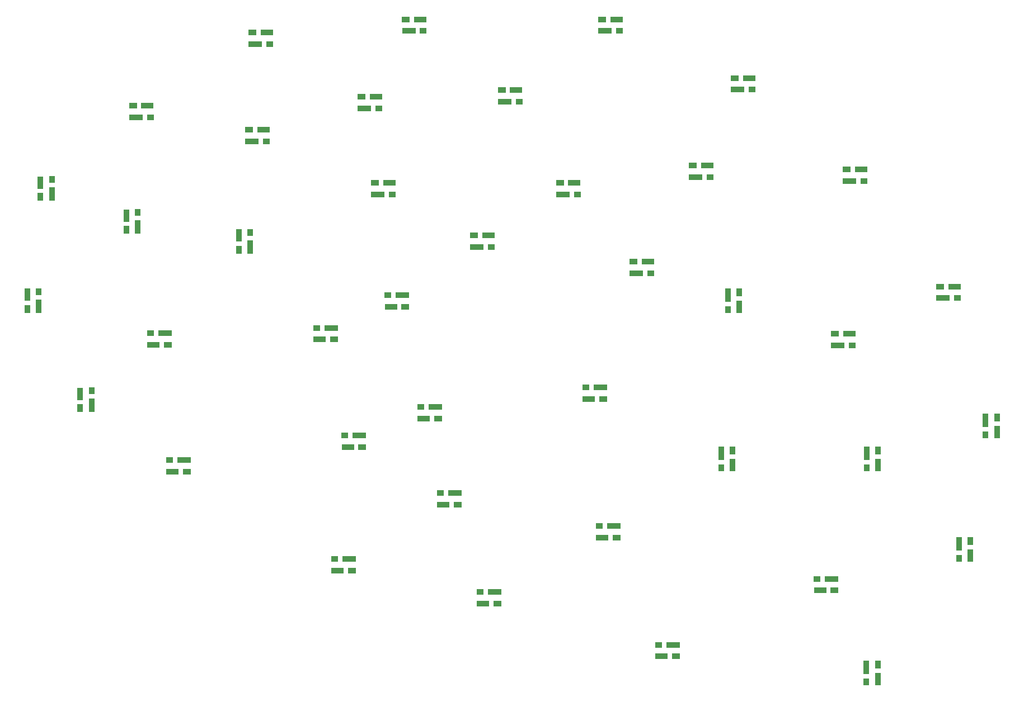
<source format=gtp>
G04 EAGLE Gerber RS-274X export*
G75*
%MOMM*%
%FSLAX34Y34*%
%LPD*%
%INSolderpaste Top*%
%IPPOS*%
%AMOC8*
5,1,8,0,0,1.08239X$1,22.5*%
G01*
%ADD10R,0.850000X1.900000*%
%ADD11R,0.850000X1.000000*%
%ADD12R,0.850000X1.150000*%
%ADD13R,0.850000X2.000000*%
%ADD14R,1.900000X0.850000*%
%ADD15R,1.000000X0.850000*%
%ADD16R,1.150000X0.850000*%
%ADD17R,2.000000X0.850000*%


D10*
X1388450Y226900D03*
D11*
X1370950Y222400D03*
D12*
X1388450Y248650D03*
D13*
X1370950Y244400D03*
D14*
X283100Y1095150D03*
D15*
X287600Y1077650D03*
D16*
X261350Y1095150D03*
D17*
X265600Y1077650D03*
D10*
X1528450Y413900D03*
D11*
X1510950Y409400D03*
D12*
X1528450Y435650D03*
D13*
X1510950Y431400D03*
D10*
X1568450Y600900D03*
D11*
X1550950Y596400D03*
D12*
X1568450Y622650D03*
D13*
X1550950Y618400D03*
D14*
X1504500Y821550D03*
D15*
X1509000Y804050D03*
D16*
X1482750Y821550D03*
D17*
X1487000Y804050D03*
D14*
X1362900Y999050D03*
D15*
X1367400Y981550D03*
D16*
X1341150Y999050D03*
D17*
X1345400Y981550D03*
D14*
X1193700Y1137350D03*
D15*
X1198200Y1119850D03*
D16*
X1171950Y1137350D03*
D17*
X1176200Y1119850D03*
D14*
X993100Y1226250D03*
D15*
X997600Y1208750D03*
D16*
X971350Y1226250D03*
D17*
X975600Y1208750D03*
D14*
X696100Y1226250D03*
D15*
X700600Y1208750D03*
D16*
X674350Y1226250D03*
D17*
X678600Y1208750D03*
D14*
X463700Y1206250D03*
D15*
X468200Y1188750D03*
D16*
X441950Y1206250D03*
D17*
X446200Y1188750D03*
D10*
X121250Y979000D03*
D11*
X138750Y983500D03*
D12*
X121250Y957250D03*
D13*
X138750Y961500D03*
D10*
X101250Y809000D03*
D11*
X118750Y813500D03*
D12*
X101250Y787250D03*
D13*
X118750Y791500D03*
D10*
X181250Y659000D03*
D11*
X198750Y663500D03*
D12*
X181250Y637250D03*
D13*
X198750Y641500D03*
D14*
X321000Y541250D03*
D15*
X316500Y558750D03*
D16*
X342750Y541250D03*
D17*
X338500Y558750D03*
D14*
X571000Y391250D03*
D15*
X566500Y408750D03*
D16*
X592750Y391250D03*
D17*
X588500Y408750D03*
D14*
X791000Y341250D03*
D15*
X786500Y358750D03*
D16*
X812750Y341250D03*
D17*
X808500Y358750D03*
D14*
X1061000Y261250D03*
D15*
X1056500Y278750D03*
D16*
X1082750Y261250D03*
D17*
X1078500Y278750D03*
D14*
X1301000Y361250D03*
D15*
X1296500Y378750D03*
D16*
X1322750Y361250D03*
D17*
X1318500Y378750D03*
D10*
X1388750Y551000D03*
D11*
X1371250Y546500D03*
D12*
X1388750Y572750D03*
D13*
X1371250Y568500D03*
D14*
X1345300Y749950D03*
D15*
X1349800Y732450D03*
D16*
X1323550Y749950D03*
D17*
X1327800Y732450D03*
D14*
X1129900Y1004450D03*
D15*
X1134400Y986950D03*
D16*
X1108150Y1004450D03*
D17*
X1112400Y986950D03*
D14*
X840900Y1118750D03*
D15*
X845400Y1101250D03*
D16*
X819150Y1118750D03*
D17*
X823400Y1101250D03*
D14*
X629000Y1108750D03*
D15*
X633500Y1091250D03*
D16*
X607250Y1108750D03*
D17*
X611500Y1091250D03*
D14*
X459000Y1058750D03*
D15*
X463500Y1041250D03*
D16*
X437250Y1058750D03*
D17*
X441500Y1041250D03*
D10*
X251250Y929000D03*
D11*
X268750Y933500D03*
D12*
X251250Y907250D03*
D13*
X268750Y911500D03*
D14*
X292400Y733050D03*
D15*
X287900Y750550D03*
D16*
X314150Y733050D03*
D17*
X309900Y750550D03*
D14*
X586400Y578550D03*
D15*
X581900Y596050D03*
D16*
X608150Y578550D03*
D17*
X603900Y596050D03*
D14*
X731000Y491250D03*
D15*
X726500Y508750D03*
D16*
X752750Y491250D03*
D17*
X748500Y508750D03*
D14*
X971000Y441250D03*
D15*
X966500Y458750D03*
D16*
X992750Y441250D03*
D17*
X988500Y458750D03*
D10*
X1168750Y551000D03*
D11*
X1151250Y546500D03*
D12*
X1168750Y572750D03*
D13*
X1151250Y568500D03*
D10*
X1178750Y791000D03*
D11*
X1161250Y786500D03*
D12*
X1178750Y812750D03*
D13*
X1161250Y808500D03*
D14*
X929000Y978750D03*
D15*
X933500Y961250D03*
D16*
X907250Y978750D03*
D17*
X911500Y961250D03*
D14*
X649000Y978750D03*
D15*
X653500Y961250D03*
D16*
X627250Y978750D03*
D17*
X631500Y961250D03*
D10*
X421250Y899000D03*
D11*
X438750Y903500D03*
D12*
X421250Y877250D03*
D13*
X438750Y881500D03*
D14*
X543700Y741250D03*
D15*
X539200Y758750D03*
D16*
X565450Y741250D03*
D17*
X561200Y758750D03*
D14*
X701000Y621250D03*
D15*
X696500Y638750D03*
D16*
X722750Y621250D03*
D17*
X718500Y638750D03*
D14*
X951000Y651250D03*
D15*
X946500Y668750D03*
D16*
X972750Y651250D03*
D17*
X968500Y668750D03*
D14*
X1040500Y859050D03*
D15*
X1045000Y841550D03*
D16*
X1018750Y859050D03*
D17*
X1023000Y841550D03*
D14*
X799000Y898750D03*
D15*
X803500Y881250D03*
D16*
X777250Y898750D03*
D17*
X781500Y881250D03*
D14*
X651500Y790950D03*
D15*
X647000Y808450D03*
D16*
X673250Y790950D03*
D17*
X669000Y808450D03*
M02*

</source>
